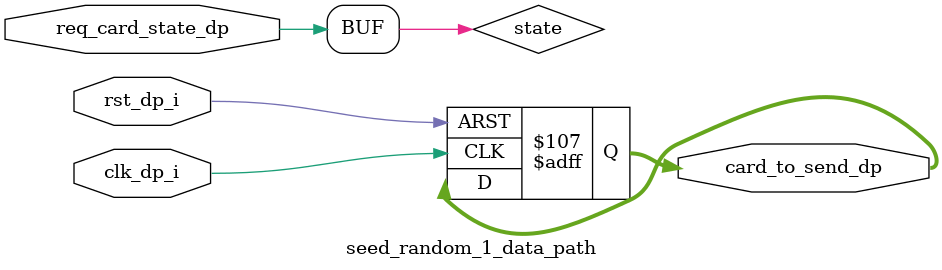
<source format=v>

module seed_random_1_data_path(
    input clk_dp_i,
    input rst_dp_i,
    input req_card_state_dp,
    output reg [7:0] card_to_send_dp
);

`include "seed_random_1_data_base.vh"

reg [7:0] next_card;
reg [7:0] card_counter;
reg state;

//Data-Path:
function [7:0] card_selector;
    input [7:0] counter;
        begin
            case (counter)
                1:  card_selector = position_01;
                2:  card_selector = position_02;
                3:  card_selector = position_03;
                4:  card_selector = position_04;
                5:  card_selector = position_05;
                6:  card_selector = position_06;
                7:  card_selector = position_07;
                8:  card_selector = position_08;
                9:  card_selector = position_09;
                10: card_selector = position_10;
                11: card_selector = position_11;
                12: card_selector = position_12;
                13: card_selector = position_13;
                14: card_selector = position_14;
                15: card_selector = position_15;
                16: card_selector = position_16;
                17: card_selector = position_17;
                18: card_selector = position_18;
                19: card_selector = position_19;
                20: card_selector = position_20;
                21: card_selector = position_21;
                22: card_selector = position_22;
                23: card_selector = position_23;
                24: card_selector = position_24;
                25: card_selector = position_25;
                26: card_selector = position_26;
                27: card_selector = position_27;
                28: card_selector = position_28;
                29: card_selector = position_29;
                30: card_selector = position_30;
                31: card_selector = position_31;
                32: card_selector = position_32;
                33: card_selector = position_33;
                34: card_selector = position_34;
                35: card_selector = position_35;
                36: card_selector = position_36;
                37: card_selector = position_37;
                38: card_selector = position_38;
                39: card_selector = position_39;
                40: card_selector = position_40;
                41: card_selector = position_41;
                42: card_selector = position_42;
                43: card_selector = position_43;
                44: card_selector = position_44;
                45: card_selector = position_45;
                46: card_selector = position_46;
                47: card_selector = position_47;
                48: card_selector = position_48;
                49: card_selector = position_49;
                50: card_selector = position_50;
                51: card_selector = position_51;
                52: card_selector = position_52;
                default: card_selector = card_selector;
            endcase
        end
endfunction

always@(*)
    begin
        state = req_card_state_dp;
    end

always@(posedge clk_dp_i or negedge rst_dp_i)
    begin
        if(!rst_dp_i)
            begin
                card_counter <= 0;
                next_card    <= 0;
                card_to_send_dp <= 0;
            end
        else 
        if(state == IDLE)
            begin 
                card_counter <= card_counter;
            end
        else if(state == SEND)
                begin
                    card_counter    <= card_counter + 1'b1;
                    next_card       <= card_selector(card_counter);
                end
        else
            begin
                card_counter    <= card_counter;
                next_card       <= next_card;
            end
    end

endmodule

</source>
